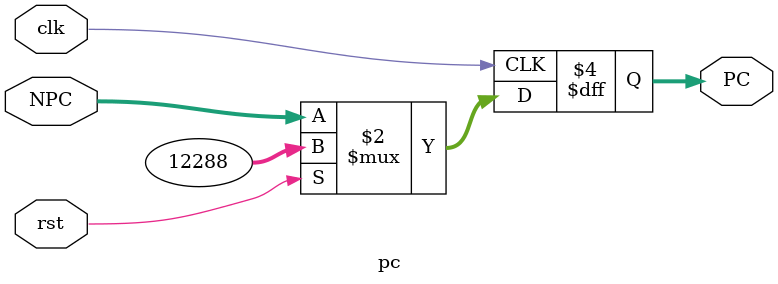
<source format=v>
module pc(NPC, PC, rst, clk);
    input[31:0] NPC;
    input rst, clk;
    
    output[31:0] PC;

    reg[31:0] PC;

    initial
    begin
        PC <= 32'h0000_3000;
    end

    always@(posedge clk)
    begin
        PC <= rst ? 32'h0000_3000 : NPC;
    end

endmodule
</source>
